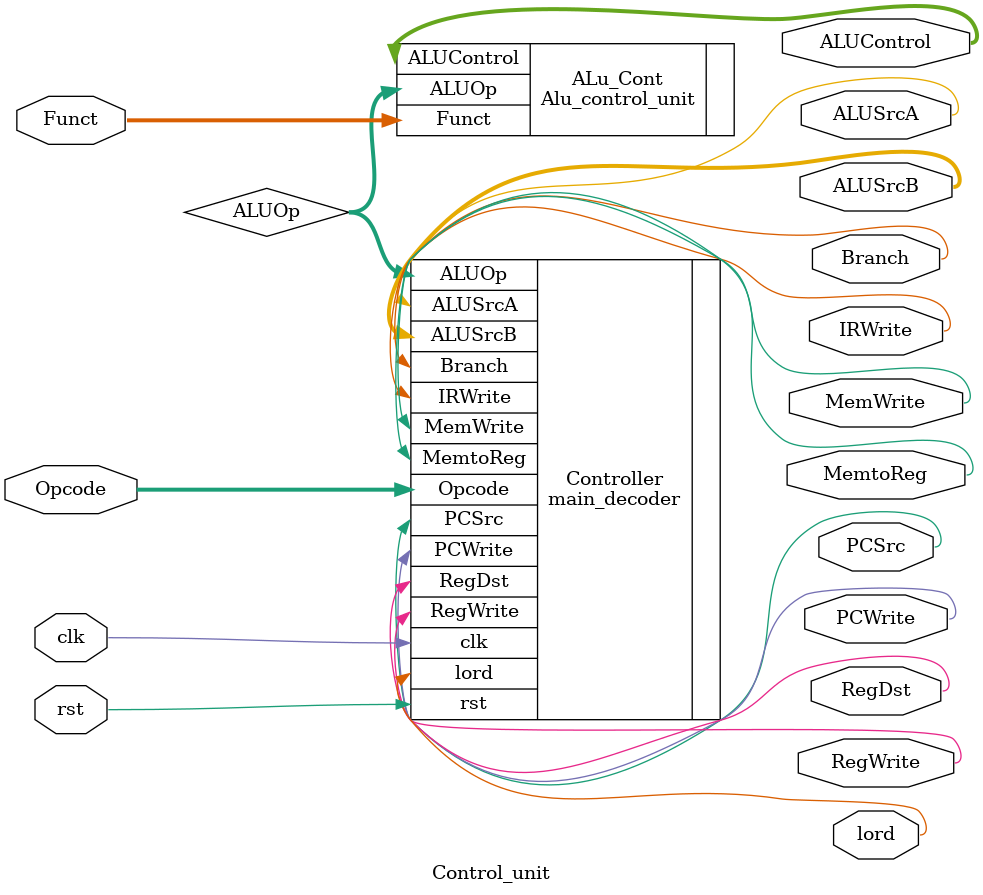
<source format=v>
`default_nettype none
`include "main_decoder.v"
`include "Alu_control.v"
module Control_unit (
    input wire [5:0]Opcode    ,
    input wire [5:0]Funct     ,
    input wire rst            ,
    input wire clk            ,    
    output wire  MemtoReg       ,
    output wire  RegDst         ,    
    output wire  lord           ,
    output wire  PCSrc          ,
    output wire  [1:0]ALUSrcB   ,
    output wire  ALUSrcA        ,
    output wire  IRWrite        ,
    output wire  MemWrite       ,
    output wire  PCWrite        ,
    output wire  Branch         ,
    output wire  RegWrite       ,
    output wire  [2:0]ALUControl
    );


localparam  op_width =2;
localparam  Funct_width=6;
localparam  Alu_control_width=3;
wire  [1:0]ALUOp;

Alu_control_unit #(
     .op_width (op_width),
     .Funct_width(Funct_width),
     .Alu_control_width(Alu_control_width)
) ALu_Cont(
    .ALUOp(ALUOp),
    .Funct(Funct),
    .ALUControl(ALUControl)
);

main_decoder Controller
( 
    .Opcode (Opcode)   ,
    .clk (clk)           ,
    . rst(rst)            ,
    . MemtoReg(MemtoReg)       ,
    . RegDst(RegDst)         ,    
    . lord (lord)         ,
    . PCSrc (PCSrc)          ,
    . ALUSrcB (ALUSrcB)   ,
    . ALUSrcA  (ALUSrcA)        ,
    . IRWrite (IRWrite)       ,
    . MemWrite (MemWrite)      ,
    . PCWrite  (PCWrite)      ,
    . Branch  (Branch)       ,
    . RegWrite (RegWrite)      ,
    . ALUOp(ALUOp)
);

  /*  input wire [5:0]Opcode    ,
    input wire clk            ,
    input wire rst            ,
    output reg MemtoReg       ,
    output reg RegDst         ,    
    output reg lord           ,
    output reg PCSrc          ,
    output reg [1:0]ALUSrcB   ,
    output reg ALUSrcA        ,
    output reg IRWrite        ,
    output reg MemWrite       ,
    output reg PCWrite        ,
    output reg Branch         ,
    output reg RegWrite       ,
    output reg [1:0]ALUOp     ,
);
*/




endmodule




 
</source>
